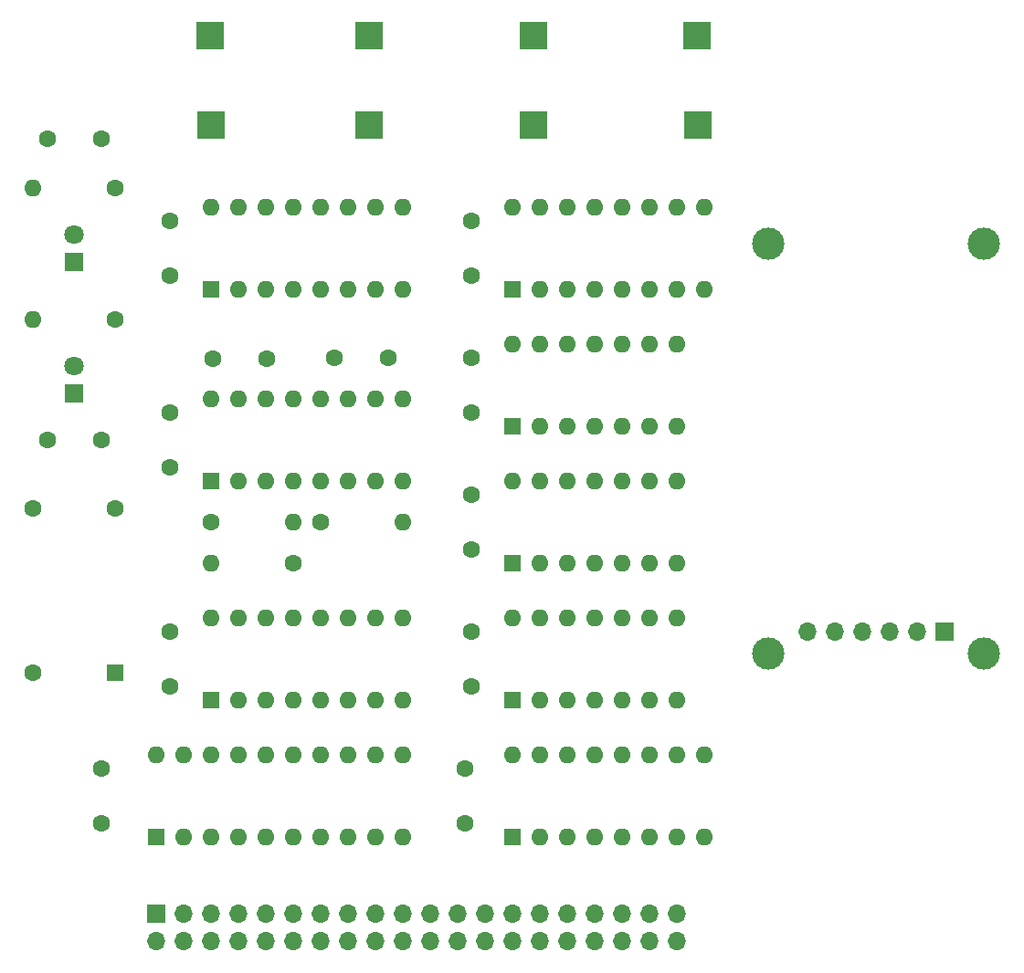
<source format=gbr>
%TF.GenerationSoftware,KiCad,Pcbnew,8.0.2*%
%TF.CreationDate,2025-01-25T14:55:06+01:00*%
%TF.ProjectId,sdcard-board,73646361-7264-42d6-926f-6172642e6b69,rev?*%
%TF.SameCoordinates,Original*%
%TF.FileFunction,Soldermask,Top*%
%TF.FilePolarity,Negative*%
%FSLAX46Y46*%
G04 Gerber Fmt 4.6, Leading zero omitted, Abs format (unit mm)*
G04 Created by KiCad (PCBNEW 8.0.2) date 2025-01-25 14:55:06*
%MOMM*%
%LPD*%
G01*
G04 APERTURE LIST*
%ADD10C,3.000000*%
%ADD11R,1.700000X1.700000*%
%ADD12O,1.700000X1.700000*%
%ADD13C,1.600000*%
%ADD14R,1.600000X1.600000*%
%ADD15O,1.600000X1.600000*%
%ADD16R,2.500000X2.500000*%
%ADD17R,1.800000X1.800000*%
%ADD18C,1.800000*%
G04 APERTURE END LIST*
D10*
%TO.C,J3*%
X122395000Y-79570000D03*
X102395000Y-79570000D03*
X122395000Y-117570000D03*
X102395000Y-117570000D03*
D11*
X118745000Y-115570000D03*
D12*
X116205000Y-115570000D03*
X113665000Y-115570000D03*
X111125000Y-115570000D03*
X108585000Y-115570000D03*
X106045000Y-115570000D03*
%TD*%
D13*
%TO.C,C13*%
X74930000Y-115610000D03*
X74930000Y-120610000D03*
%TD*%
%TO.C,C3*%
X74295000Y-128310000D03*
X74295000Y-133310000D03*
%TD*%
D11*
%TO.C,J1*%
X45720000Y-141695000D03*
D12*
X45720000Y-144235000D03*
X48260000Y-141695000D03*
X48260000Y-144235000D03*
X50800000Y-141695000D03*
X50800000Y-144235000D03*
X53340000Y-141695000D03*
X53340000Y-144235000D03*
X55880000Y-141695000D03*
X55880000Y-144235000D03*
X58420000Y-141695000D03*
X58420000Y-144235000D03*
X60960000Y-141695000D03*
X60960000Y-144235000D03*
X63500000Y-141695000D03*
X63500000Y-144235000D03*
X66040000Y-141695000D03*
X66040000Y-144235000D03*
X68580000Y-141695000D03*
X68580000Y-144235000D03*
X71120000Y-141695000D03*
X71120000Y-144235000D03*
X73660000Y-141695000D03*
X73660000Y-144235000D03*
X76200000Y-141695000D03*
X76200000Y-144235000D03*
X78740000Y-141695000D03*
X78740000Y-144235000D03*
X81280000Y-141695000D03*
X81280000Y-144235000D03*
X83820000Y-141695000D03*
X83820000Y-144235000D03*
X86360000Y-141695000D03*
X86360000Y-144235000D03*
X88900000Y-141695000D03*
X88900000Y-144235000D03*
X91440000Y-141695000D03*
X91440000Y-144235000D03*
X93980000Y-141695000D03*
X93980000Y-144235000D03*
%TD*%
D14*
%TO.C,U10*%
X78740000Y-134620000D03*
D15*
X81280000Y-134620000D03*
X83820000Y-134620000D03*
X86360000Y-134620000D03*
X88900000Y-134620000D03*
X91440000Y-134620000D03*
X93980000Y-134620000D03*
X96520000Y-134620000D03*
X96520000Y-127000000D03*
X93980000Y-127000000D03*
X91440000Y-127000000D03*
X88900000Y-127000000D03*
X86360000Y-127000000D03*
X83820000Y-127000000D03*
X81280000Y-127000000D03*
X78740000Y-127000000D03*
%TD*%
D16*
%TO.C,TP8*%
X95885000Y-68580000D03*
%TD*%
%TO.C,TP7*%
X80645000Y-68580000D03*
%TD*%
%TO.C,TP6*%
X65405000Y-68580000D03*
%TD*%
%TO.C,TP5*%
X50800000Y-68580000D03*
%TD*%
D13*
%TO.C,C12*%
X74930000Y-102910000D03*
X74930000Y-107910000D03*
%TD*%
%TO.C,C4*%
X40640000Y-69845000D03*
X35640000Y-69845000D03*
%TD*%
D14*
%TO.C,U8*%
X50800000Y-121920000D03*
D15*
X53340000Y-121920000D03*
X55880000Y-121920000D03*
X58420000Y-121920000D03*
X60960000Y-121920000D03*
X63500000Y-121920000D03*
X66040000Y-121920000D03*
X68580000Y-121920000D03*
X68580000Y-114300000D03*
X66040000Y-114300000D03*
X63500000Y-114300000D03*
X60960000Y-114300000D03*
X58420000Y-114300000D03*
X55880000Y-114300000D03*
X53340000Y-114300000D03*
X50800000Y-114300000D03*
%TD*%
D13*
%TO.C,R4*%
X50810000Y-105420000D03*
D15*
X58430000Y-105420000D03*
%TD*%
D13*
%TO.C,C8*%
X40640000Y-128310000D03*
X40640000Y-133310000D03*
%TD*%
D14*
%TO.C,U1*%
X50800000Y-101600000D03*
D15*
X53340000Y-101600000D03*
X55880000Y-101600000D03*
X58420000Y-101600000D03*
X60960000Y-101600000D03*
X63500000Y-101600000D03*
X66040000Y-101600000D03*
X68580000Y-101600000D03*
X68580000Y-93980000D03*
X66040000Y-93980000D03*
X63500000Y-93980000D03*
X60960000Y-93980000D03*
X58420000Y-93980000D03*
X55880000Y-93980000D03*
X53340000Y-93980000D03*
X50800000Y-93980000D03*
%TD*%
D14*
%TO.C,U3*%
X78740000Y-96520000D03*
D15*
X81280000Y-96520000D03*
X83820000Y-96520000D03*
X86360000Y-96520000D03*
X88900000Y-96520000D03*
X91440000Y-96520000D03*
X93980000Y-96520000D03*
X93980000Y-88900000D03*
X91440000Y-88900000D03*
X88900000Y-88900000D03*
X86360000Y-88900000D03*
X83820000Y-88900000D03*
X81280000Y-88900000D03*
X78740000Y-88900000D03*
%TD*%
D17*
%TO.C,D2*%
X38100000Y-93472000D03*
D18*
X38100000Y-90932000D03*
%TD*%
D14*
%TO.C,U7*%
X50800000Y-83820000D03*
D15*
X53340000Y-83820000D03*
X55880000Y-83820000D03*
X58420000Y-83820000D03*
X60960000Y-83820000D03*
X63500000Y-83820000D03*
X66040000Y-83820000D03*
X68580000Y-83820000D03*
X68580000Y-76200000D03*
X66040000Y-76200000D03*
X63500000Y-76200000D03*
X60960000Y-76200000D03*
X58420000Y-76200000D03*
X55880000Y-76200000D03*
X53340000Y-76200000D03*
X50800000Y-76200000D03*
%TD*%
D13*
%TO.C,R2*%
X41910000Y-74417000D03*
D15*
X34290000Y-74417000D03*
%TD*%
D16*
%TO.C,TP2*%
X95811700Y-60325000D03*
%TD*%
D13*
%TO.C,C10*%
X74930000Y-77510000D03*
X74930000Y-82510000D03*
%TD*%
%TO.C,C7*%
X40600000Y-97825000D03*
X35600000Y-97825000D03*
%TD*%
%TO.C,C2*%
X62240000Y-90180000D03*
X67240000Y-90180000D03*
%TD*%
%TO.C,C1*%
X55930000Y-90220000D03*
X50930000Y-90220000D03*
%TD*%
D14*
%TO.C,U4*%
X78740000Y-109220000D03*
D15*
X81280000Y-109220000D03*
X83820000Y-109220000D03*
X86360000Y-109220000D03*
X88900000Y-109220000D03*
X91440000Y-109220000D03*
X93980000Y-109220000D03*
X93980000Y-101600000D03*
X91440000Y-101600000D03*
X88900000Y-101600000D03*
X86360000Y-101600000D03*
X83820000Y-101600000D03*
X81280000Y-101600000D03*
X78740000Y-101600000D03*
%TD*%
D13*
%TO.C,C6*%
X46990000Y-120610000D03*
X46990000Y-115610000D03*
%TD*%
D17*
%TO.C,D1*%
X38100000Y-81280000D03*
D18*
X38100000Y-78740000D03*
%TD*%
D13*
%TO.C,C11*%
X74930000Y-90210000D03*
X74930000Y-95210000D03*
%TD*%
D16*
%TO.C,TP3*%
X50726700Y-60325000D03*
%TD*%
D13*
%TO.C,C5*%
X46990000Y-95290000D03*
X46990000Y-100290000D03*
%TD*%
D16*
%TO.C,TP1*%
X80645000Y-60325000D03*
%TD*%
%TO.C,TP4*%
X65405000Y-60325000D03*
%TD*%
D14*
%TO.C,U5*%
X78740000Y-83820000D03*
D15*
X81280000Y-83820000D03*
X83820000Y-83820000D03*
X86360000Y-83820000D03*
X88900000Y-83820000D03*
X91440000Y-83820000D03*
X93980000Y-83820000D03*
X96520000Y-83820000D03*
X96520000Y-76200000D03*
X93980000Y-76200000D03*
X91440000Y-76200000D03*
X88900000Y-76200000D03*
X86360000Y-76200000D03*
X83820000Y-76200000D03*
X81280000Y-76200000D03*
X78740000Y-76200000D03*
%TD*%
D13*
%TO.C,C9*%
X46990000Y-82510000D03*
X46990000Y-77510000D03*
%TD*%
%TO.C,R1*%
X58420000Y-109220000D03*
D15*
X50800000Y-109220000D03*
%TD*%
D14*
%TO.C,U6*%
X78740000Y-121920000D03*
D15*
X81280000Y-121920000D03*
X83820000Y-121920000D03*
X86360000Y-121920000D03*
X88900000Y-121920000D03*
X91440000Y-121920000D03*
X93980000Y-121920000D03*
X93980000Y-114300000D03*
X91440000Y-114300000D03*
X88900000Y-114300000D03*
X86360000Y-114300000D03*
X83820000Y-114300000D03*
X81280000Y-114300000D03*
X78740000Y-114300000D03*
%TD*%
D13*
%TO.C,R3*%
X41910000Y-86609000D03*
D15*
X34290000Y-86609000D03*
%TD*%
D13*
%TO.C,R5*%
X60970000Y-105420000D03*
D15*
X68590000Y-105420000D03*
%TD*%
D14*
%TO.C,X1*%
X41910000Y-119380000D03*
D13*
X41910000Y-104140000D03*
X34290000Y-104140000D03*
X34290000Y-119380000D03*
%TD*%
D14*
%TO.C,U9*%
X45720000Y-134620000D03*
D15*
X48260000Y-134620000D03*
X50800000Y-134620000D03*
X53340000Y-134620000D03*
X55880000Y-134620000D03*
X58420000Y-134620000D03*
X60960000Y-134620000D03*
X63500000Y-134620000D03*
X66040000Y-134620000D03*
X68580000Y-134620000D03*
X68580000Y-127000000D03*
X66040000Y-127000000D03*
X63500000Y-127000000D03*
X60960000Y-127000000D03*
X58420000Y-127000000D03*
X55880000Y-127000000D03*
X53340000Y-127000000D03*
X50800000Y-127000000D03*
X48260000Y-127000000D03*
X45720000Y-127000000D03*
%TD*%
M02*

</source>
